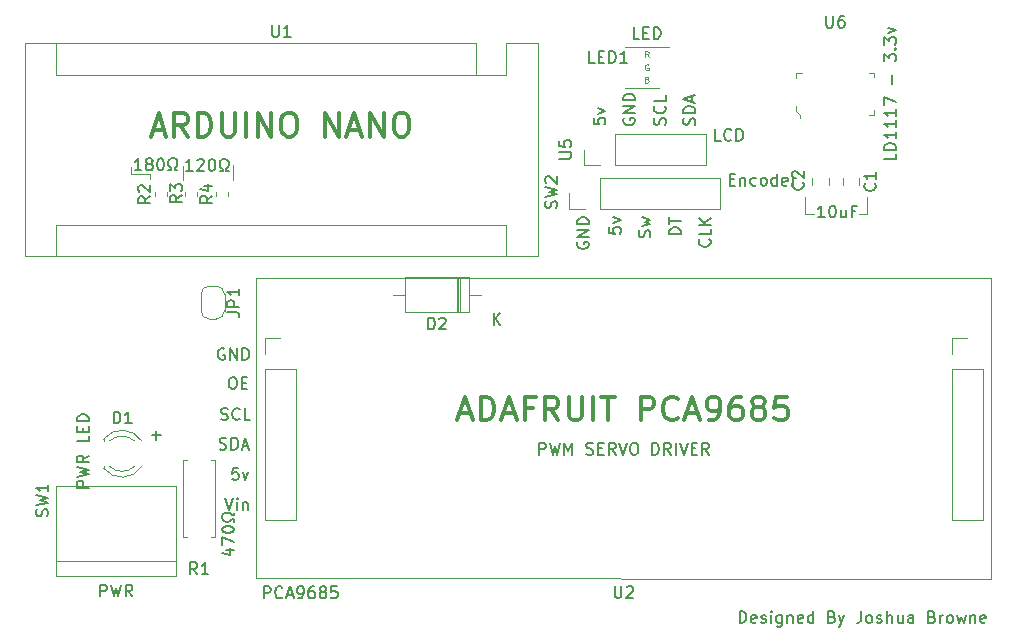
<source format=gbr>
G04 #@! TF.GenerationSoftware,KiCad,Pcbnew,(5.1.4-0-10_14)*
G04 #@! TF.CreationDate,2020-05-04T21:58:41+12:00*
G04 #@! TF.ProjectId,Robotic hand v2,526f626f-7469-4632-9068-616e64207632,rev?*
G04 #@! TF.SameCoordinates,Original*
G04 #@! TF.FileFunction,Legend,Top*
G04 #@! TF.FilePolarity,Positive*
%FSLAX46Y46*%
G04 Gerber Fmt 4.6, Leading zero omitted, Abs format (unit mm)*
G04 Created by KiCad (PCBNEW (5.1.4-0-10_14)) date 2020-05-04 21:58:41*
%MOMM*%
%LPD*%
G04 APERTURE LIST*
%ADD10C,0.150000*%
%ADD11C,0.120000*%
%ADD12C,0.300000*%
%ADD13C,0.100000*%
%ADD14C,0.075000*%
G04 APERTURE END LIST*
D10*
X157715238Y-126672380D02*
X157715238Y-125672380D01*
X157953333Y-125672380D01*
X158096190Y-125720000D01*
X158191428Y-125815238D01*
X158239047Y-125910476D01*
X158286666Y-126100952D01*
X158286666Y-126243809D01*
X158239047Y-126434285D01*
X158191428Y-126529523D01*
X158096190Y-126624761D01*
X157953333Y-126672380D01*
X157715238Y-126672380D01*
X159096190Y-126624761D02*
X159000952Y-126672380D01*
X158810476Y-126672380D01*
X158715238Y-126624761D01*
X158667619Y-126529523D01*
X158667619Y-126148571D01*
X158715238Y-126053333D01*
X158810476Y-126005714D01*
X159000952Y-126005714D01*
X159096190Y-126053333D01*
X159143809Y-126148571D01*
X159143809Y-126243809D01*
X158667619Y-126339047D01*
X159524761Y-126624761D02*
X159620000Y-126672380D01*
X159810476Y-126672380D01*
X159905714Y-126624761D01*
X159953333Y-126529523D01*
X159953333Y-126481904D01*
X159905714Y-126386666D01*
X159810476Y-126339047D01*
X159667619Y-126339047D01*
X159572380Y-126291428D01*
X159524761Y-126196190D01*
X159524761Y-126148571D01*
X159572380Y-126053333D01*
X159667619Y-126005714D01*
X159810476Y-126005714D01*
X159905714Y-126053333D01*
X160381904Y-126672380D02*
X160381904Y-126005714D01*
X160381904Y-125672380D02*
X160334285Y-125720000D01*
X160381904Y-125767619D01*
X160429523Y-125720000D01*
X160381904Y-125672380D01*
X160381904Y-125767619D01*
X161286666Y-126005714D02*
X161286666Y-126815238D01*
X161239047Y-126910476D01*
X161191428Y-126958095D01*
X161096190Y-127005714D01*
X160953333Y-127005714D01*
X160858095Y-126958095D01*
X161286666Y-126624761D02*
X161191428Y-126672380D01*
X161000952Y-126672380D01*
X160905714Y-126624761D01*
X160858095Y-126577142D01*
X160810476Y-126481904D01*
X160810476Y-126196190D01*
X160858095Y-126100952D01*
X160905714Y-126053333D01*
X161000952Y-126005714D01*
X161191428Y-126005714D01*
X161286666Y-126053333D01*
X161762857Y-126005714D02*
X161762857Y-126672380D01*
X161762857Y-126100952D02*
X161810476Y-126053333D01*
X161905714Y-126005714D01*
X162048571Y-126005714D01*
X162143809Y-126053333D01*
X162191428Y-126148571D01*
X162191428Y-126672380D01*
X163048571Y-126624761D02*
X162953333Y-126672380D01*
X162762857Y-126672380D01*
X162667619Y-126624761D01*
X162620000Y-126529523D01*
X162620000Y-126148571D01*
X162667619Y-126053333D01*
X162762857Y-126005714D01*
X162953333Y-126005714D01*
X163048571Y-126053333D01*
X163096190Y-126148571D01*
X163096190Y-126243809D01*
X162620000Y-126339047D01*
X163953333Y-126672380D02*
X163953333Y-125672380D01*
X163953333Y-126624761D02*
X163858095Y-126672380D01*
X163667619Y-126672380D01*
X163572380Y-126624761D01*
X163524761Y-126577142D01*
X163477142Y-126481904D01*
X163477142Y-126196190D01*
X163524761Y-126100952D01*
X163572380Y-126053333D01*
X163667619Y-126005714D01*
X163858095Y-126005714D01*
X163953333Y-126053333D01*
X165524761Y-126148571D02*
X165667619Y-126196190D01*
X165715238Y-126243809D01*
X165762857Y-126339047D01*
X165762857Y-126481904D01*
X165715238Y-126577142D01*
X165667619Y-126624761D01*
X165572380Y-126672380D01*
X165191428Y-126672380D01*
X165191428Y-125672380D01*
X165524761Y-125672380D01*
X165620000Y-125720000D01*
X165667619Y-125767619D01*
X165715238Y-125862857D01*
X165715238Y-125958095D01*
X165667619Y-126053333D01*
X165620000Y-126100952D01*
X165524761Y-126148571D01*
X165191428Y-126148571D01*
X166096190Y-126005714D02*
X166334285Y-126672380D01*
X166572380Y-126005714D02*
X166334285Y-126672380D01*
X166239047Y-126910476D01*
X166191428Y-126958095D01*
X166096190Y-127005714D01*
X168000952Y-125672380D02*
X168000952Y-126386666D01*
X167953333Y-126529523D01*
X167858095Y-126624761D01*
X167715238Y-126672380D01*
X167620000Y-126672380D01*
X168620000Y-126672380D02*
X168524761Y-126624761D01*
X168477142Y-126577142D01*
X168429523Y-126481904D01*
X168429523Y-126196190D01*
X168477142Y-126100952D01*
X168524761Y-126053333D01*
X168620000Y-126005714D01*
X168762857Y-126005714D01*
X168858095Y-126053333D01*
X168905714Y-126100952D01*
X168953333Y-126196190D01*
X168953333Y-126481904D01*
X168905714Y-126577142D01*
X168858095Y-126624761D01*
X168762857Y-126672380D01*
X168620000Y-126672380D01*
X169334285Y-126624761D02*
X169429523Y-126672380D01*
X169620000Y-126672380D01*
X169715238Y-126624761D01*
X169762857Y-126529523D01*
X169762857Y-126481904D01*
X169715238Y-126386666D01*
X169620000Y-126339047D01*
X169477142Y-126339047D01*
X169381904Y-126291428D01*
X169334285Y-126196190D01*
X169334285Y-126148571D01*
X169381904Y-126053333D01*
X169477142Y-126005714D01*
X169620000Y-126005714D01*
X169715238Y-126053333D01*
X170191428Y-126672380D02*
X170191428Y-125672380D01*
X170620000Y-126672380D02*
X170620000Y-126148571D01*
X170572380Y-126053333D01*
X170477142Y-126005714D01*
X170334285Y-126005714D01*
X170239047Y-126053333D01*
X170191428Y-126100952D01*
X171524761Y-126005714D02*
X171524761Y-126672380D01*
X171096190Y-126005714D02*
X171096190Y-126529523D01*
X171143809Y-126624761D01*
X171239047Y-126672380D01*
X171381904Y-126672380D01*
X171477142Y-126624761D01*
X171524761Y-126577142D01*
X172429523Y-126672380D02*
X172429523Y-126148571D01*
X172381904Y-126053333D01*
X172286666Y-126005714D01*
X172096190Y-126005714D01*
X172000952Y-126053333D01*
X172429523Y-126624761D02*
X172334285Y-126672380D01*
X172096190Y-126672380D01*
X172000952Y-126624761D01*
X171953333Y-126529523D01*
X171953333Y-126434285D01*
X172000952Y-126339047D01*
X172096190Y-126291428D01*
X172334285Y-126291428D01*
X172429523Y-126243809D01*
X174000952Y-126148571D02*
X174143809Y-126196190D01*
X174191428Y-126243809D01*
X174239047Y-126339047D01*
X174239047Y-126481904D01*
X174191428Y-126577142D01*
X174143809Y-126624761D01*
X174048571Y-126672380D01*
X173667619Y-126672380D01*
X173667619Y-125672380D01*
X174000952Y-125672380D01*
X174096190Y-125720000D01*
X174143809Y-125767619D01*
X174191428Y-125862857D01*
X174191428Y-125958095D01*
X174143809Y-126053333D01*
X174096190Y-126100952D01*
X174000952Y-126148571D01*
X173667619Y-126148571D01*
X174667619Y-126672380D02*
X174667619Y-126005714D01*
X174667619Y-126196190D02*
X174715238Y-126100952D01*
X174762857Y-126053333D01*
X174858095Y-126005714D01*
X174953333Y-126005714D01*
X175429523Y-126672380D02*
X175334285Y-126624761D01*
X175286666Y-126577142D01*
X175239047Y-126481904D01*
X175239047Y-126196190D01*
X175286666Y-126100952D01*
X175334285Y-126053333D01*
X175429523Y-126005714D01*
X175572380Y-126005714D01*
X175667619Y-126053333D01*
X175715238Y-126100952D01*
X175762857Y-126196190D01*
X175762857Y-126481904D01*
X175715238Y-126577142D01*
X175667619Y-126624761D01*
X175572380Y-126672380D01*
X175429523Y-126672380D01*
X176096190Y-126005714D02*
X176286666Y-126672380D01*
X176477142Y-126196190D01*
X176667619Y-126672380D01*
X176858095Y-126005714D01*
X177239047Y-126005714D02*
X177239047Y-126672380D01*
X177239047Y-126100952D02*
X177286666Y-126053333D01*
X177381904Y-126005714D01*
X177524761Y-126005714D01*
X177620000Y-126053333D01*
X177667619Y-126148571D01*
X177667619Y-126672380D01*
X178524761Y-126624761D02*
X178429523Y-126672380D01*
X178239047Y-126672380D01*
X178143809Y-126624761D01*
X178096190Y-126529523D01*
X178096190Y-126148571D01*
X178143809Y-126053333D01*
X178239047Y-126005714D01*
X178429523Y-126005714D01*
X178524761Y-126053333D01*
X178572380Y-126148571D01*
X178572380Y-126243809D01*
X178096190Y-126339047D01*
D11*
X163250000Y-92050000D02*
X163250000Y-90600000D01*
X164025000Y-92050000D02*
X163250000Y-92050000D01*
X168475000Y-92050000D02*
X168475000Y-90625000D01*
X167800000Y-92050000D02*
X168475000Y-92050000D01*
D10*
X149207142Y-77252380D02*
X148730952Y-77252380D01*
X148730952Y-76252380D01*
X149540476Y-76728571D02*
X149873809Y-76728571D01*
X150016666Y-77252380D02*
X149540476Y-77252380D01*
X149540476Y-76252380D01*
X150016666Y-76252380D01*
X150445238Y-77252380D02*
X150445238Y-76252380D01*
X150683333Y-76252380D01*
X150826190Y-76300000D01*
X150921428Y-76395238D01*
X150969047Y-76490476D01*
X151016666Y-76680952D01*
X151016666Y-76823809D01*
X150969047Y-77014285D01*
X150921428Y-77109523D01*
X150826190Y-77204761D01*
X150683333Y-77252380D01*
X150445238Y-77252380D01*
D11*
X107750000Y-88700000D02*
X107750000Y-89100000D01*
X106150000Y-88700000D02*
X107750000Y-88700000D01*
X106150000Y-88050000D02*
X106150000Y-88700000D01*
X114850000Y-87950000D02*
X114850000Y-89150000D01*
X110550000Y-88000000D02*
X110550000Y-89200000D01*
D10*
X152752380Y-93764404D02*
X151752380Y-93764404D01*
X151752380Y-93526309D01*
X151800000Y-93383452D01*
X151895238Y-93288214D01*
X151990476Y-93240595D01*
X152180952Y-93192976D01*
X152323809Y-93192976D01*
X152514285Y-93240595D01*
X152609523Y-93288214D01*
X152704761Y-93383452D01*
X152752380Y-93526309D01*
X152752380Y-93764404D01*
X151752380Y-92907261D02*
X151752380Y-92335833D01*
X152752380Y-92621547D02*
X151752380Y-92621547D01*
X114176190Y-116102380D02*
X114509523Y-117102380D01*
X114842857Y-116102380D01*
X115176190Y-117102380D02*
X115176190Y-116435714D01*
X115176190Y-116102380D02*
X115128571Y-116150000D01*
X115176190Y-116197619D01*
X115223809Y-116150000D01*
X115176190Y-116102380D01*
X115176190Y-116197619D01*
X115652380Y-116435714D02*
X115652380Y-117102380D01*
X115652380Y-116530952D02*
X115700000Y-116483333D01*
X115795238Y-116435714D01*
X115938095Y-116435714D01*
X116033333Y-116483333D01*
X116080952Y-116578571D01*
X116080952Y-117102380D01*
X115257142Y-113552380D02*
X114780952Y-113552380D01*
X114733333Y-114028571D01*
X114780952Y-113980952D01*
X114876190Y-113933333D01*
X115114285Y-113933333D01*
X115209523Y-113980952D01*
X115257142Y-114028571D01*
X115304761Y-114123809D01*
X115304761Y-114361904D01*
X115257142Y-114457142D01*
X115209523Y-114504761D01*
X115114285Y-114552380D01*
X114876190Y-114552380D01*
X114780952Y-114504761D01*
X114733333Y-114457142D01*
X115638095Y-113885714D02*
X115876190Y-114552380D01*
X116114285Y-113885714D01*
X113685714Y-111954761D02*
X113828571Y-112002380D01*
X114066666Y-112002380D01*
X114161904Y-111954761D01*
X114209523Y-111907142D01*
X114257142Y-111811904D01*
X114257142Y-111716666D01*
X114209523Y-111621428D01*
X114161904Y-111573809D01*
X114066666Y-111526190D01*
X113876190Y-111478571D01*
X113780952Y-111430952D01*
X113733333Y-111383333D01*
X113685714Y-111288095D01*
X113685714Y-111192857D01*
X113733333Y-111097619D01*
X113780952Y-111050000D01*
X113876190Y-111002380D01*
X114114285Y-111002380D01*
X114257142Y-111050000D01*
X114685714Y-112002380D02*
X114685714Y-111002380D01*
X114923809Y-111002380D01*
X115066666Y-111050000D01*
X115161904Y-111145238D01*
X115209523Y-111240476D01*
X115257142Y-111430952D01*
X115257142Y-111573809D01*
X115209523Y-111764285D01*
X115161904Y-111859523D01*
X115066666Y-111954761D01*
X114923809Y-112002380D01*
X114685714Y-112002380D01*
X115638095Y-111716666D02*
X116114285Y-111716666D01*
X115542857Y-112002380D02*
X115876190Y-111002380D01*
X116209523Y-112002380D01*
X113809523Y-109454761D02*
X113952380Y-109502380D01*
X114190476Y-109502380D01*
X114285714Y-109454761D01*
X114333333Y-109407142D01*
X114380952Y-109311904D01*
X114380952Y-109216666D01*
X114333333Y-109121428D01*
X114285714Y-109073809D01*
X114190476Y-109026190D01*
X114000000Y-108978571D01*
X113904761Y-108930952D01*
X113857142Y-108883333D01*
X113809523Y-108788095D01*
X113809523Y-108692857D01*
X113857142Y-108597619D01*
X113904761Y-108550000D01*
X114000000Y-108502380D01*
X114238095Y-108502380D01*
X114380952Y-108550000D01*
X115380952Y-109407142D02*
X115333333Y-109454761D01*
X115190476Y-109502380D01*
X115095238Y-109502380D01*
X114952380Y-109454761D01*
X114857142Y-109359523D01*
X114809523Y-109264285D01*
X114761904Y-109073809D01*
X114761904Y-108930952D01*
X114809523Y-108740476D01*
X114857142Y-108645238D01*
X114952380Y-108550000D01*
X115095238Y-108502380D01*
X115190476Y-108502380D01*
X115333333Y-108550000D01*
X115380952Y-108597619D01*
X116285714Y-109502380D02*
X115809523Y-109502380D01*
X115809523Y-108502380D01*
X114702380Y-105852380D02*
X114892857Y-105852380D01*
X114988095Y-105900000D01*
X115083333Y-105995238D01*
X115130952Y-106185714D01*
X115130952Y-106519047D01*
X115083333Y-106709523D01*
X114988095Y-106804761D01*
X114892857Y-106852380D01*
X114702380Y-106852380D01*
X114607142Y-106804761D01*
X114511904Y-106709523D01*
X114464285Y-106519047D01*
X114464285Y-106185714D01*
X114511904Y-105995238D01*
X114607142Y-105900000D01*
X114702380Y-105852380D01*
X115559523Y-106328571D02*
X115892857Y-106328571D01*
X116035714Y-106852380D02*
X115559523Y-106852380D01*
X115559523Y-105852380D01*
X116035714Y-105852380D01*
X114088095Y-103450000D02*
X113992857Y-103402380D01*
X113850000Y-103402380D01*
X113707142Y-103450000D01*
X113611904Y-103545238D01*
X113564285Y-103640476D01*
X113516666Y-103830952D01*
X113516666Y-103973809D01*
X113564285Y-104164285D01*
X113611904Y-104259523D01*
X113707142Y-104354761D01*
X113850000Y-104402380D01*
X113945238Y-104402380D01*
X114088095Y-104354761D01*
X114135714Y-104307142D01*
X114135714Y-103973809D01*
X113945238Y-103973809D01*
X114564285Y-104402380D02*
X114564285Y-103402380D01*
X115135714Y-104402380D01*
X115135714Y-103402380D01*
X115611904Y-104402380D02*
X115611904Y-103402380D01*
X115850000Y-103402380D01*
X115992857Y-103450000D01*
X116088095Y-103545238D01*
X116135714Y-103640476D01*
X116183333Y-103830952D01*
X116183333Y-103973809D01*
X116135714Y-104164285D01*
X116088095Y-104259523D01*
X115992857Y-104354761D01*
X115850000Y-104402380D01*
X115611904Y-104402380D01*
X153904761Y-84514285D02*
X153952380Y-84371428D01*
X153952380Y-84133333D01*
X153904761Y-84038095D01*
X153857142Y-83990476D01*
X153761904Y-83942857D01*
X153666666Y-83942857D01*
X153571428Y-83990476D01*
X153523809Y-84038095D01*
X153476190Y-84133333D01*
X153428571Y-84323809D01*
X153380952Y-84419047D01*
X153333333Y-84466666D01*
X153238095Y-84514285D01*
X153142857Y-84514285D01*
X153047619Y-84466666D01*
X153000000Y-84419047D01*
X152952380Y-84323809D01*
X152952380Y-84085714D01*
X153000000Y-83942857D01*
X153952380Y-83514285D02*
X152952380Y-83514285D01*
X152952380Y-83276190D01*
X153000000Y-83133333D01*
X153095238Y-83038095D01*
X153190476Y-82990476D01*
X153380952Y-82942857D01*
X153523809Y-82942857D01*
X153714285Y-82990476D01*
X153809523Y-83038095D01*
X153904761Y-83133333D01*
X153952380Y-83276190D01*
X153952380Y-83514285D01*
X153666666Y-82561904D02*
X153666666Y-82085714D01*
X153952380Y-82657142D02*
X152952380Y-82323809D01*
X153952380Y-81990476D01*
X151404761Y-84490476D02*
X151452380Y-84347619D01*
X151452380Y-84109523D01*
X151404761Y-84014285D01*
X151357142Y-83966666D01*
X151261904Y-83919047D01*
X151166666Y-83919047D01*
X151071428Y-83966666D01*
X151023809Y-84014285D01*
X150976190Y-84109523D01*
X150928571Y-84300000D01*
X150880952Y-84395238D01*
X150833333Y-84442857D01*
X150738095Y-84490476D01*
X150642857Y-84490476D01*
X150547619Y-84442857D01*
X150500000Y-84395238D01*
X150452380Y-84300000D01*
X150452380Y-84061904D01*
X150500000Y-83919047D01*
X151357142Y-82919047D02*
X151404761Y-82966666D01*
X151452380Y-83109523D01*
X151452380Y-83204761D01*
X151404761Y-83347619D01*
X151309523Y-83442857D01*
X151214285Y-83490476D01*
X151023809Y-83538095D01*
X150880952Y-83538095D01*
X150690476Y-83490476D01*
X150595238Y-83442857D01*
X150500000Y-83347619D01*
X150452380Y-83204761D01*
X150452380Y-83109523D01*
X150500000Y-82966666D01*
X150547619Y-82919047D01*
X151452380Y-82014285D02*
X151452380Y-82490476D01*
X150452380Y-82490476D01*
X147900000Y-83961904D02*
X147852380Y-84057142D01*
X147852380Y-84200000D01*
X147900000Y-84342857D01*
X147995238Y-84438095D01*
X148090476Y-84485714D01*
X148280952Y-84533333D01*
X148423809Y-84533333D01*
X148614285Y-84485714D01*
X148709523Y-84438095D01*
X148804761Y-84342857D01*
X148852380Y-84200000D01*
X148852380Y-84104761D01*
X148804761Y-83961904D01*
X148757142Y-83914285D01*
X148423809Y-83914285D01*
X148423809Y-84104761D01*
X148852380Y-83485714D02*
X147852380Y-83485714D01*
X148852380Y-82914285D01*
X147852380Y-82914285D01*
X148852380Y-82438095D02*
X147852380Y-82438095D01*
X147852380Y-82200000D01*
X147900000Y-82057142D01*
X147995238Y-81961904D01*
X148090476Y-81914285D01*
X148280952Y-81866666D01*
X148423809Y-81866666D01*
X148614285Y-81914285D01*
X148709523Y-81961904D01*
X148804761Y-82057142D01*
X148852380Y-82200000D01*
X148852380Y-82438095D01*
X145352380Y-83942857D02*
X145352380Y-84419047D01*
X145828571Y-84466666D01*
X145780952Y-84419047D01*
X145733333Y-84323809D01*
X145733333Y-84085714D01*
X145780952Y-83990476D01*
X145828571Y-83942857D01*
X145923809Y-83895238D01*
X146161904Y-83895238D01*
X146257142Y-83942857D01*
X146304761Y-83990476D01*
X146352380Y-84085714D01*
X146352380Y-84323809D01*
X146304761Y-84419047D01*
X146257142Y-84466666D01*
X145685714Y-83561904D02*
X146352380Y-83323809D01*
X145685714Y-83085714D01*
X156109523Y-85852380D02*
X155633333Y-85852380D01*
X155633333Y-84852380D01*
X157014285Y-85757142D02*
X156966666Y-85804761D01*
X156823809Y-85852380D01*
X156728571Y-85852380D01*
X156585714Y-85804761D01*
X156490476Y-85709523D01*
X156442857Y-85614285D01*
X156395238Y-85423809D01*
X156395238Y-85280952D01*
X156442857Y-85090476D01*
X156490476Y-84995238D01*
X156585714Y-84900000D01*
X156728571Y-84852380D01*
X156823809Y-84852380D01*
X156966666Y-84900000D01*
X157014285Y-84947619D01*
X157442857Y-85852380D02*
X157442857Y-84852380D01*
X157680952Y-84852380D01*
X157823809Y-84900000D01*
X157919047Y-84995238D01*
X157966666Y-85090476D01*
X158014285Y-85280952D01*
X158014285Y-85423809D01*
X157966666Y-85614285D01*
X157919047Y-85709523D01*
X157823809Y-85804761D01*
X157680952Y-85852380D01*
X157442857Y-85852380D01*
X156861904Y-89128571D02*
X157195238Y-89128571D01*
X157338095Y-89652380D02*
X156861904Y-89652380D01*
X156861904Y-88652380D01*
X157338095Y-88652380D01*
X157766666Y-88985714D02*
X157766666Y-89652380D01*
X157766666Y-89080952D02*
X157814285Y-89033333D01*
X157909523Y-88985714D01*
X158052380Y-88985714D01*
X158147619Y-89033333D01*
X158195238Y-89128571D01*
X158195238Y-89652380D01*
X159100000Y-89604761D02*
X159004761Y-89652380D01*
X158814285Y-89652380D01*
X158719047Y-89604761D01*
X158671428Y-89557142D01*
X158623809Y-89461904D01*
X158623809Y-89176190D01*
X158671428Y-89080952D01*
X158719047Y-89033333D01*
X158814285Y-88985714D01*
X159004761Y-88985714D01*
X159100000Y-89033333D01*
X159671428Y-89652380D02*
X159576190Y-89604761D01*
X159528571Y-89557142D01*
X159480952Y-89461904D01*
X159480952Y-89176190D01*
X159528571Y-89080952D01*
X159576190Y-89033333D01*
X159671428Y-88985714D01*
X159814285Y-88985714D01*
X159909523Y-89033333D01*
X159957142Y-89080952D01*
X160004761Y-89176190D01*
X160004761Y-89461904D01*
X159957142Y-89557142D01*
X159909523Y-89604761D01*
X159814285Y-89652380D01*
X159671428Y-89652380D01*
X160861904Y-89652380D02*
X160861904Y-88652380D01*
X160861904Y-89604761D02*
X160766666Y-89652380D01*
X160576190Y-89652380D01*
X160480952Y-89604761D01*
X160433333Y-89557142D01*
X160385714Y-89461904D01*
X160385714Y-89176190D01*
X160433333Y-89080952D01*
X160480952Y-89033333D01*
X160576190Y-88985714D01*
X160766666Y-88985714D01*
X160861904Y-89033333D01*
X161719047Y-89604761D02*
X161623809Y-89652380D01*
X161433333Y-89652380D01*
X161338095Y-89604761D01*
X161290476Y-89509523D01*
X161290476Y-89128571D01*
X161338095Y-89033333D01*
X161433333Y-88985714D01*
X161623809Y-88985714D01*
X161719047Y-89033333D01*
X161766666Y-89128571D01*
X161766666Y-89223809D01*
X161290476Y-89319047D01*
X162195238Y-89652380D02*
X162195238Y-88985714D01*
X162195238Y-89176190D02*
X162242857Y-89080952D01*
X162290476Y-89033333D01*
X162385714Y-88985714D01*
X162480952Y-88985714D01*
X155157142Y-94192976D02*
X155204761Y-94240595D01*
X155252380Y-94383452D01*
X155252380Y-94478690D01*
X155204761Y-94621547D01*
X155109523Y-94716785D01*
X155014285Y-94764404D01*
X154823809Y-94812023D01*
X154680952Y-94812023D01*
X154490476Y-94764404D01*
X154395238Y-94716785D01*
X154300000Y-94621547D01*
X154252380Y-94478690D01*
X154252380Y-94383452D01*
X154300000Y-94240595D01*
X154347619Y-94192976D01*
X155252380Y-93288214D02*
X155252380Y-93764404D01*
X154252380Y-93764404D01*
X155252380Y-92954880D02*
X154252380Y-92954880D01*
X155252380Y-92383452D02*
X154680952Y-92812023D01*
X154252380Y-92383452D02*
X154823809Y-92954880D01*
X150104761Y-94012023D02*
X150152380Y-93869166D01*
X150152380Y-93631071D01*
X150104761Y-93535833D01*
X150057142Y-93488214D01*
X149961904Y-93440595D01*
X149866666Y-93440595D01*
X149771428Y-93488214D01*
X149723809Y-93535833D01*
X149676190Y-93631071D01*
X149628571Y-93821547D01*
X149580952Y-93916785D01*
X149533333Y-93964404D01*
X149438095Y-94012023D01*
X149342857Y-94012023D01*
X149247619Y-93964404D01*
X149200000Y-93916785D01*
X149152380Y-93821547D01*
X149152380Y-93583452D01*
X149200000Y-93440595D01*
X149485714Y-93107261D02*
X150152380Y-92916785D01*
X149676190Y-92726309D01*
X150152380Y-92535833D01*
X149485714Y-92345357D01*
X146652380Y-93188214D02*
X146652380Y-93664404D01*
X147128571Y-93712023D01*
X147080952Y-93664404D01*
X147033333Y-93569166D01*
X147033333Y-93331071D01*
X147080952Y-93235833D01*
X147128571Y-93188214D01*
X147223809Y-93140595D01*
X147461904Y-93140595D01*
X147557142Y-93188214D01*
X147604761Y-93235833D01*
X147652380Y-93331071D01*
X147652380Y-93569166D01*
X147604761Y-93664404D01*
X147557142Y-93712023D01*
X146985714Y-92807261D02*
X147652380Y-92569166D01*
X146985714Y-92331071D01*
X144000000Y-94440595D02*
X143952380Y-94535833D01*
X143952380Y-94678690D01*
X144000000Y-94821547D01*
X144095238Y-94916785D01*
X144190476Y-94964404D01*
X144380952Y-95012023D01*
X144523809Y-95012023D01*
X144714285Y-94964404D01*
X144809523Y-94916785D01*
X144904761Y-94821547D01*
X144952380Y-94678690D01*
X144952380Y-94583452D01*
X144904761Y-94440595D01*
X144857142Y-94392976D01*
X144523809Y-94392976D01*
X144523809Y-94583452D01*
X144952380Y-93964404D02*
X143952380Y-93964404D01*
X144952380Y-93392976D01*
X143952380Y-93392976D01*
X144952380Y-92916785D02*
X143952380Y-92916785D01*
X143952380Y-92678690D01*
X144000000Y-92535833D01*
X144095238Y-92440595D01*
X144190476Y-92392976D01*
X144380952Y-92345357D01*
X144523809Y-92345357D01*
X144714285Y-92392976D01*
X144809523Y-92440595D01*
X144904761Y-92535833D01*
X144952380Y-92678690D01*
X144952380Y-92916785D01*
X107919047Y-110771428D02*
X108680952Y-110771428D01*
X108300000Y-111152380D02*
X108300000Y-110390476D01*
D12*
X108042857Y-84933333D02*
X108995238Y-84933333D01*
X107852380Y-85504761D02*
X108519047Y-83504761D01*
X109185714Y-85504761D01*
X110995238Y-85504761D02*
X110328571Y-84552380D01*
X109852380Y-85504761D02*
X109852380Y-83504761D01*
X110614285Y-83504761D01*
X110804761Y-83600000D01*
X110900000Y-83695238D01*
X110995238Y-83885714D01*
X110995238Y-84171428D01*
X110900000Y-84361904D01*
X110804761Y-84457142D01*
X110614285Y-84552380D01*
X109852380Y-84552380D01*
X111852380Y-85504761D02*
X111852380Y-83504761D01*
X112328571Y-83504761D01*
X112614285Y-83600000D01*
X112804761Y-83790476D01*
X112900000Y-83980952D01*
X112995238Y-84361904D01*
X112995238Y-84647619D01*
X112900000Y-85028571D01*
X112804761Y-85219047D01*
X112614285Y-85409523D01*
X112328571Y-85504761D01*
X111852380Y-85504761D01*
X113852380Y-83504761D02*
X113852380Y-85123809D01*
X113947619Y-85314285D01*
X114042857Y-85409523D01*
X114233333Y-85504761D01*
X114614285Y-85504761D01*
X114804761Y-85409523D01*
X114900000Y-85314285D01*
X114995238Y-85123809D01*
X114995238Y-83504761D01*
X115947619Y-85504761D02*
X115947619Y-83504761D01*
X116900000Y-85504761D02*
X116900000Y-83504761D01*
X118042857Y-85504761D01*
X118042857Y-83504761D01*
X119376190Y-83504761D02*
X119757142Y-83504761D01*
X119947619Y-83600000D01*
X120138095Y-83790476D01*
X120233333Y-84171428D01*
X120233333Y-84838095D01*
X120138095Y-85219047D01*
X119947619Y-85409523D01*
X119757142Y-85504761D01*
X119376190Y-85504761D01*
X119185714Y-85409523D01*
X118995238Y-85219047D01*
X118900000Y-84838095D01*
X118900000Y-84171428D01*
X118995238Y-83790476D01*
X119185714Y-83600000D01*
X119376190Y-83504761D01*
X122614285Y-85504761D02*
X122614285Y-83504761D01*
X123757142Y-85504761D01*
X123757142Y-83504761D01*
X124614285Y-84933333D02*
X125566666Y-84933333D01*
X124423809Y-85504761D02*
X125090476Y-83504761D01*
X125757142Y-85504761D01*
X126423809Y-85504761D02*
X126423809Y-83504761D01*
X127566666Y-85504761D01*
X127566666Y-83504761D01*
X128900000Y-83504761D02*
X129280952Y-83504761D01*
X129471428Y-83600000D01*
X129661904Y-83790476D01*
X129757142Y-84171428D01*
X129757142Y-84838095D01*
X129661904Y-85219047D01*
X129471428Y-85409523D01*
X129280952Y-85504761D01*
X128900000Y-85504761D01*
X128709523Y-85409523D01*
X128519047Y-85219047D01*
X128423809Y-84838095D01*
X128423809Y-84171428D01*
X128519047Y-83790476D01*
X128709523Y-83600000D01*
X128900000Y-83504761D01*
D11*
X135430000Y-80270000D02*
X137970000Y-80270000D01*
X137970000Y-80270000D02*
X137970000Y-77600000D01*
X135430000Y-77600000D02*
X97200000Y-77600000D01*
X140640000Y-77600000D02*
X137970000Y-77600000D01*
X137970000Y-92970000D02*
X137970000Y-95640000D01*
X137970000Y-92970000D02*
X99870000Y-92970000D01*
X99870000Y-92970000D02*
X99870000Y-95640000D01*
X135430000Y-80270000D02*
X135430000Y-77600000D01*
X135430000Y-80270000D02*
X99870000Y-80270000D01*
X99870000Y-80270000D02*
X99870000Y-77600000D01*
X97200000Y-77600000D02*
X97200000Y-95640000D01*
X97200000Y-95640000D02*
X140640000Y-95640000D01*
X140640000Y-95640000D02*
X140640000Y-77600000D01*
X117487000Y-117943500D02*
X120147000Y-117943500D01*
X117487000Y-105183500D02*
X117487000Y-117943500D01*
X120147000Y-105183500D02*
X120147000Y-117943500D01*
X117487000Y-105183500D02*
X120147000Y-105183500D01*
X117487000Y-103913500D02*
X117487000Y-102583500D01*
X117487000Y-102583500D02*
X118817000Y-102583500D01*
X147900000Y-97500000D02*
X179015000Y-97500000D01*
X147900000Y-97500000D02*
X116785000Y-97500000D01*
X116785000Y-97500000D02*
X116785000Y-110200000D01*
X116785000Y-110200000D02*
X116785000Y-122900000D01*
X179015000Y-97500000D02*
X179015000Y-122963500D01*
X179015000Y-122963500D02*
X116785000Y-122900000D01*
X175653000Y-102583500D02*
X176983000Y-102583500D01*
X175653000Y-103913500D02*
X175653000Y-102583500D01*
X175653000Y-105183500D02*
X178313000Y-105183500D01*
X178313000Y-105183500D02*
X178313000Y-117943500D01*
X175653000Y-105183500D02*
X175653000Y-117943500D01*
X175653000Y-117943500D02*
X178313000Y-117943500D01*
X156090000Y-91630000D02*
X156090000Y-88970000D01*
X145870000Y-91630000D02*
X156090000Y-91630000D01*
X145870000Y-88970000D02*
X156090000Y-88970000D01*
X145870000Y-91630000D02*
X145870000Y-88970000D01*
X144600000Y-91630000D02*
X143270000Y-91630000D01*
X143270000Y-91630000D02*
X143270000Y-90300000D01*
X112990000Y-112890000D02*
X113320000Y-112890000D01*
X113320000Y-112890000D02*
X113320000Y-119430000D01*
X113320000Y-119430000D02*
X112990000Y-119430000D01*
X110910000Y-112890000D02*
X110580000Y-112890000D01*
X110580000Y-112890000D02*
X110580000Y-119430000D01*
X110580000Y-119430000D02*
X110910000Y-119430000D01*
X109990000Y-121440000D02*
X99830000Y-121440000D01*
X109990000Y-122710000D02*
X109990000Y-115090000D01*
X109990000Y-115090000D02*
X99830000Y-115090000D01*
X99830000Y-115090000D02*
X99830000Y-122710000D01*
X99830000Y-122710000D02*
X109990000Y-122710000D01*
X107092335Y-111271392D02*
G75*
G03X103860000Y-111114484I-1672335J-1078608D01*
G01*
X107092335Y-113428608D02*
G75*
G02X103860000Y-113585516I-1672335J1078608D01*
G01*
X106461130Y-111270163D02*
G75*
G03X104379039Y-111270000I-1041130J-1079837D01*
G01*
X106461130Y-113429837D02*
G75*
G02X104379039Y-113430000I-1041130J1079837D01*
G01*
X103860000Y-111114000D02*
X103860000Y-111270000D01*
X103860000Y-113430000D02*
X103860000Y-113586000D01*
X114100000Y-100250000D02*
G75*
G02X113400000Y-100950000I-700000J0D01*
G01*
X112800000Y-100950000D02*
G75*
G02X112100000Y-100250000I0J700000D01*
G01*
X112100000Y-98850000D02*
G75*
G02X112800000Y-98150000I700000J0D01*
G01*
X113400000Y-98150000D02*
G75*
G02X114100000Y-98850000I0J-700000D01*
G01*
X112800000Y-98150000D02*
X113400000Y-98150000D01*
X112100000Y-100250000D02*
X112100000Y-98850000D01*
X113400000Y-100950000D02*
X112800000Y-100950000D01*
X114100000Y-98850000D02*
X114100000Y-100250000D01*
D13*
X162525000Y-82895000D02*
X162525000Y-83370000D01*
X162525000Y-83370000D02*
X162825000Y-83695000D01*
X162825000Y-83695000D02*
X162825000Y-83890000D01*
X169075000Y-83220000D02*
X169075000Y-83695000D01*
X169075000Y-83695000D02*
X168625000Y-83695000D01*
X163025000Y-80145000D02*
X162525000Y-80145000D01*
X162525000Y-80145000D02*
X162525000Y-80545000D01*
X168700000Y-80145000D02*
X169075000Y-80145000D01*
X169075000Y-80145000D02*
X169075000Y-80445000D01*
D11*
X154825000Y-87930000D02*
X154825000Y-85270000D01*
X147145000Y-87930000D02*
X154825000Y-87930000D01*
X147145000Y-85270000D02*
X154825000Y-85270000D01*
X147145000Y-87930000D02*
X147145000Y-85270000D01*
X145875000Y-87930000D02*
X144545000Y-87930000D01*
X144545000Y-87930000D02*
X144545000Y-86600000D01*
X134790000Y-100370000D02*
X134790000Y-97430000D01*
X134790000Y-97430000D02*
X129350000Y-97430000D01*
X129350000Y-97430000D02*
X129350000Y-100370000D01*
X129350000Y-100370000D02*
X134790000Y-100370000D01*
X135810000Y-98900000D02*
X134790000Y-98900000D01*
X128330000Y-98900000D02*
X129350000Y-98900000D01*
X133890000Y-100370000D02*
X133890000Y-97430000D01*
X133770000Y-100370000D02*
X133770000Y-97430000D01*
X134010000Y-100370000D02*
X134010000Y-97430000D01*
X148000000Y-81400000D02*
X150900000Y-81400000D01*
X148000000Y-77900000D02*
X151700000Y-77900000D01*
X109260000Y-90178733D02*
X109260000Y-90521267D01*
X108240000Y-90178733D02*
X108240000Y-90521267D01*
X110790000Y-90178733D02*
X110790000Y-90521267D01*
X111810000Y-90178733D02*
X111810000Y-90521267D01*
X114360000Y-90178733D02*
X114360000Y-90521267D01*
X113340000Y-90178733D02*
X113340000Y-90521267D01*
X167860000Y-89038748D02*
X167860000Y-89561252D01*
X166440000Y-89038748D02*
X166440000Y-89561252D01*
X165260000Y-89038748D02*
X165260000Y-89561252D01*
X163840000Y-89038748D02*
X163840000Y-89561252D01*
D10*
X118138095Y-76052380D02*
X118138095Y-76861904D01*
X118185714Y-76957142D01*
X118233333Y-77004761D01*
X118328571Y-77052380D01*
X118519047Y-77052380D01*
X118614285Y-77004761D01*
X118661904Y-76957142D01*
X118709523Y-76861904D01*
X118709523Y-76052380D01*
X119709523Y-77052380D02*
X119138095Y-77052380D01*
X119423809Y-77052380D02*
X119423809Y-76052380D01*
X119328571Y-76195238D01*
X119233333Y-76290476D01*
X119138095Y-76338095D01*
X147138095Y-123552380D02*
X147138095Y-124361904D01*
X147185714Y-124457142D01*
X147233333Y-124504761D01*
X147328571Y-124552380D01*
X147519047Y-124552380D01*
X147614285Y-124504761D01*
X147661904Y-124457142D01*
X147709523Y-124361904D01*
X147709523Y-123552380D01*
X148138095Y-123647619D02*
X148185714Y-123600000D01*
X148280952Y-123552380D01*
X148519047Y-123552380D01*
X148614285Y-123600000D01*
X148661904Y-123647619D01*
X148709523Y-123742857D01*
X148709523Y-123838095D01*
X148661904Y-123980952D01*
X148090476Y-124552380D01*
X148709523Y-124552380D01*
X117434761Y-124592380D02*
X117434761Y-123592380D01*
X117815714Y-123592380D01*
X117910952Y-123640000D01*
X117958571Y-123687619D01*
X118006190Y-123782857D01*
X118006190Y-123925714D01*
X117958571Y-124020952D01*
X117910952Y-124068571D01*
X117815714Y-124116190D01*
X117434761Y-124116190D01*
X119006190Y-124497142D02*
X118958571Y-124544761D01*
X118815714Y-124592380D01*
X118720476Y-124592380D01*
X118577619Y-124544761D01*
X118482380Y-124449523D01*
X118434761Y-124354285D01*
X118387142Y-124163809D01*
X118387142Y-124020952D01*
X118434761Y-123830476D01*
X118482380Y-123735238D01*
X118577619Y-123640000D01*
X118720476Y-123592380D01*
X118815714Y-123592380D01*
X118958571Y-123640000D01*
X119006190Y-123687619D01*
X119387142Y-124306666D02*
X119863333Y-124306666D01*
X119291904Y-124592380D02*
X119625238Y-123592380D01*
X119958571Y-124592380D01*
X120339523Y-124592380D02*
X120530000Y-124592380D01*
X120625238Y-124544761D01*
X120672857Y-124497142D01*
X120768095Y-124354285D01*
X120815714Y-124163809D01*
X120815714Y-123782857D01*
X120768095Y-123687619D01*
X120720476Y-123640000D01*
X120625238Y-123592380D01*
X120434761Y-123592380D01*
X120339523Y-123640000D01*
X120291904Y-123687619D01*
X120244285Y-123782857D01*
X120244285Y-124020952D01*
X120291904Y-124116190D01*
X120339523Y-124163809D01*
X120434761Y-124211428D01*
X120625238Y-124211428D01*
X120720476Y-124163809D01*
X120768095Y-124116190D01*
X120815714Y-124020952D01*
X121672857Y-123592380D02*
X121482380Y-123592380D01*
X121387142Y-123640000D01*
X121339523Y-123687619D01*
X121244285Y-123830476D01*
X121196666Y-124020952D01*
X121196666Y-124401904D01*
X121244285Y-124497142D01*
X121291904Y-124544761D01*
X121387142Y-124592380D01*
X121577619Y-124592380D01*
X121672857Y-124544761D01*
X121720476Y-124497142D01*
X121768095Y-124401904D01*
X121768095Y-124163809D01*
X121720476Y-124068571D01*
X121672857Y-124020952D01*
X121577619Y-123973333D01*
X121387142Y-123973333D01*
X121291904Y-124020952D01*
X121244285Y-124068571D01*
X121196666Y-124163809D01*
X122339523Y-124020952D02*
X122244285Y-123973333D01*
X122196666Y-123925714D01*
X122149047Y-123830476D01*
X122149047Y-123782857D01*
X122196666Y-123687619D01*
X122244285Y-123640000D01*
X122339523Y-123592380D01*
X122530000Y-123592380D01*
X122625238Y-123640000D01*
X122672857Y-123687619D01*
X122720476Y-123782857D01*
X122720476Y-123830476D01*
X122672857Y-123925714D01*
X122625238Y-123973333D01*
X122530000Y-124020952D01*
X122339523Y-124020952D01*
X122244285Y-124068571D01*
X122196666Y-124116190D01*
X122149047Y-124211428D01*
X122149047Y-124401904D01*
X122196666Y-124497142D01*
X122244285Y-124544761D01*
X122339523Y-124592380D01*
X122530000Y-124592380D01*
X122625238Y-124544761D01*
X122672857Y-124497142D01*
X122720476Y-124401904D01*
X122720476Y-124211428D01*
X122672857Y-124116190D01*
X122625238Y-124068571D01*
X122530000Y-124020952D01*
X123625238Y-123592380D02*
X123149047Y-123592380D01*
X123101428Y-124068571D01*
X123149047Y-124020952D01*
X123244285Y-123973333D01*
X123482380Y-123973333D01*
X123577619Y-124020952D01*
X123625238Y-124068571D01*
X123672857Y-124163809D01*
X123672857Y-124401904D01*
X123625238Y-124497142D01*
X123577619Y-124544761D01*
X123482380Y-124592380D01*
X123244285Y-124592380D01*
X123149047Y-124544761D01*
X123101428Y-124497142D01*
D12*
X133995238Y-108945833D02*
X134947619Y-108945833D01*
X133804761Y-109517261D02*
X134471428Y-107517261D01*
X135138095Y-109517261D01*
X135804761Y-109517261D02*
X135804761Y-107517261D01*
X136280952Y-107517261D01*
X136566666Y-107612500D01*
X136757142Y-107802976D01*
X136852380Y-107993452D01*
X136947619Y-108374404D01*
X136947619Y-108660119D01*
X136852380Y-109041071D01*
X136757142Y-109231547D01*
X136566666Y-109422023D01*
X136280952Y-109517261D01*
X135804761Y-109517261D01*
X137709523Y-108945833D02*
X138661904Y-108945833D01*
X137519047Y-109517261D02*
X138185714Y-107517261D01*
X138852380Y-109517261D01*
X140185714Y-108469642D02*
X139519047Y-108469642D01*
X139519047Y-109517261D02*
X139519047Y-107517261D01*
X140471428Y-107517261D01*
X142376190Y-109517261D02*
X141709523Y-108564880D01*
X141233333Y-109517261D02*
X141233333Y-107517261D01*
X141995238Y-107517261D01*
X142185714Y-107612500D01*
X142280952Y-107707738D01*
X142376190Y-107898214D01*
X142376190Y-108183928D01*
X142280952Y-108374404D01*
X142185714Y-108469642D01*
X141995238Y-108564880D01*
X141233333Y-108564880D01*
X143233333Y-107517261D02*
X143233333Y-109136309D01*
X143328571Y-109326785D01*
X143423809Y-109422023D01*
X143614285Y-109517261D01*
X143995238Y-109517261D01*
X144185714Y-109422023D01*
X144280952Y-109326785D01*
X144376190Y-109136309D01*
X144376190Y-107517261D01*
X145328571Y-109517261D02*
X145328571Y-107517261D01*
X145995238Y-107517261D02*
X147138095Y-107517261D01*
X146566666Y-109517261D02*
X146566666Y-107517261D01*
X149328571Y-109517261D02*
X149328571Y-107517261D01*
X150090476Y-107517261D01*
X150280952Y-107612500D01*
X150376190Y-107707738D01*
X150471428Y-107898214D01*
X150471428Y-108183928D01*
X150376190Y-108374404D01*
X150280952Y-108469642D01*
X150090476Y-108564880D01*
X149328571Y-108564880D01*
X152471428Y-109326785D02*
X152376190Y-109422023D01*
X152090476Y-109517261D01*
X151900000Y-109517261D01*
X151614285Y-109422023D01*
X151423809Y-109231547D01*
X151328571Y-109041071D01*
X151233333Y-108660119D01*
X151233333Y-108374404D01*
X151328571Y-107993452D01*
X151423809Y-107802976D01*
X151614285Y-107612500D01*
X151900000Y-107517261D01*
X152090476Y-107517261D01*
X152376190Y-107612500D01*
X152471428Y-107707738D01*
X153233333Y-108945833D02*
X154185714Y-108945833D01*
X153042857Y-109517261D02*
X153709523Y-107517261D01*
X154376190Y-109517261D01*
X155138095Y-109517261D02*
X155519047Y-109517261D01*
X155709523Y-109422023D01*
X155804761Y-109326785D01*
X155995238Y-109041071D01*
X156090476Y-108660119D01*
X156090476Y-107898214D01*
X155995238Y-107707738D01*
X155900000Y-107612500D01*
X155709523Y-107517261D01*
X155328571Y-107517261D01*
X155138095Y-107612500D01*
X155042857Y-107707738D01*
X154947619Y-107898214D01*
X154947619Y-108374404D01*
X155042857Y-108564880D01*
X155138095Y-108660119D01*
X155328571Y-108755357D01*
X155709523Y-108755357D01*
X155900000Y-108660119D01*
X155995238Y-108564880D01*
X156090476Y-108374404D01*
X157804761Y-107517261D02*
X157423809Y-107517261D01*
X157233333Y-107612500D01*
X157138095Y-107707738D01*
X156947619Y-107993452D01*
X156852380Y-108374404D01*
X156852380Y-109136309D01*
X156947619Y-109326785D01*
X157042857Y-109422023D01*
X157233333Y-109517261D01*
X157614285Y-109517261D01*
X157804761Y-109422023D01*
X157900000Y-109326785D01*
X157995238Y-109136309D01*
X157995238Y-108660119D01*
X157900000Y-108469642D01*
X157804761Y-108374404D01*
X157614285Y-108279166D01*
X157233333Y-108279166D01*
X157042857Y-108374404D01*
X156947619Y-108469642D01*
X156852380Y-108660119D01*
X159138095Y-108374404D02*
X158947619Y-108279166D01*
X158852380Y-108183928D01*
X158757142Y-107993452D01*
X158757142Y-107898214D01*
X158852380Y-107707738D01*
X158947619Y-107612500D01*
X159138095Y-107517261D01*
X159519047Y-107517261D01*
X159709523Y-107612500D01*
X159804761Y-107707738D01*
X159900000Y-107898214D01*
X159900000Y-107993452D01*
X159804761Y-108183928D01*
X159709523Y-108279166D01*
X159519047Y-108374404D01*
X159138095Y-108374404D01*
X158947619Y-108469642D01*
X158852380Y-108564880D01*
X158757142Y-108755357D01*
X158757142Y-109136309D01*
X158852380Y-109326785D01*
X158947619Y-109422023D01*
X159138095Y-109517261D01*
X159519047Y-109517261D01*
X159709523Y-109422023D01*
X159804761Y-109326785D01*
X159900000Y-109136309D01*
X159900000Y-108755357D01*
X159804761Y-108564880D01*
X159709523Y-108469642D01*
X159519047Y-108374404D01*
X161709523Y-107517261D02*
X160757142Y-107517261D01*
X160661904Y-108469642D01*
X160757142Y-108374404D01*
X160947619Y-108279166D01*
X161423809Y-108279166D01*
X161614285Y-108374404D01*
X161709523Y-108469642D01*
X161804761Y-108660119D01*
X161804761Y-109136309D01*
X161709523Y-109326785D01*
X161614285Y-109422023D01*
X161423809Y-109517261D01*
X160947619Y-109517261D01*
X160757142Y-109422023D01*
X160661904Y-109326785D01*
D10*
X140733333Y-112430380D02*
X140733333Y-111430380D01*
X141114285Y-111430380D01*
X141209523Y-111478000D01*
X141257142Y-111525619D01*
X141304761Y-111620857D01*
X141304761Y-111763714D01*
X141257142Y-111858952D01*
X141209523Y-111906571D01*
X141114285Y-111954190D01*
X140733333Y-111954190D01*
X141638095Y-111430380D02*
X141876190Y-112430380D01*
X142066666Y-111716095D01*
X142257142Y-112430380D01*
X142495238Y-111430380D01*
X142876190Y-112430380D02*
X142876190Y-111430380D01*
X143209523Y-112144666D01*
X143542857Y-111430380D01*
X143542857Y-112430380D01*
X144733333Y-112382761D02*
X144876190Y-112430380D01*
X145114285Y-112430380D01*
X145209523Y-112382761D01*
X145257142Y-112335142D01*
X145304761Y-112239904D01*
X145304761Y-112144666D01*
X145257142Y-112049428D01*
X145209523Y-112001809D01*
X145114285Y-111954190D01*
X144923809Y-111906571D01*
X144828571Y-111858952D01*
X144780952Y-111811333D01*
X144733333Y-111716095D01*
X144733333Y-111620857D01*
X144780952Y-111525619D01*
X144828571Y-111478000D01*
X144923809Y-111430380D01*
X145161904Y-111430380D01*
X145304761Y-111478000D01*
X145733333Y-111906571D02*
X146066666Y-111906571D01*
X146209523Y-112430380D02*
X145733333Y-112430380D01*
X145733333Y-111430380D01*
X146209523Y-111430380D01*
X147209523Y-112430380D02*
X146876190Y-111954190D01*
X146638095Y-112430380D02*
X146638095Y-111430380D01*
X147019047Y-111430380D01*
X147114285Y-111478000D01*
X147161904Y-111525619D01*
X147209523Y-111620857D01*
X147209523Y-111763714D01*
X147161904Y-111858952D01*
X147114285Y-111906571D01*
X147019047Y-111954190D01*
X146638095Y-111954190D01*
X147495238Y-111430380D02*
X147828571Y-112430380D01*
X148161904Y-111430380D01*
X148685714Y-111430380D02*
X148876190Y-111430380D01*
X148971428Y-111478000D01*
X149066666Y-111573238D01*
X149114285Y-111763714D01*
X149114285Y-112097047D01*
X149066666Y-112287523D01*
X148971428Y-112382761D01*
X148876190Y-112430380D01*
X148685714Y-112430380D01*
X148590476Y-112382761D01*
X148495238Y-112287523D01*
X148447619Y-112097047D01*
X148447619Y-111763714D01*
X148495238Y-111573238D01*
X148590476Y-111478000D01*
X148685714Y-111430380D01*
X150304761Y-112430380D02*
X150304761Y-111430380D01*
X150542857Y-111430380D01*
X150685714Y-111478000D01*
X150780952Y-111573238D01*
X150828571Y-111668476D01*
X150876190Y-111858952D01*
X150876190Y-112001809D01*
X150828571Y-112192285D01*
X150780952Y-112287523D01*
X150685714Y-112382761D01*
X150542857Y-112430380D01*
X150304761Y-112430380D01*
X151876190Y-112430380D02*
X151542857Y-111954190D01*
X151304761Y-112430380D02*
X151304761Y-111430380D01*
X151685714Y-111430380D01*
X151780952Y-111478000D01*
X151828571Y-111525619D01*
X151876190Y-111620857D01*
X151876190Y-111763714D01*
X151828571Y-111858952D01*
X151780952Y-111906571D01*
X151685714Y-111954190D01*
X151304761Y-111954190D01*
X152304761Y-112430380D02*
X152304761Y-111430380D01*
X152638095Y-111430380D02*
X152971428Y-112430380D01*
X153304761Y-111430380D01*
X153638095Y-111906571D02*
X153971428Y-111906571D01*
X154114285Y-112430380D02*
X153638095Y-112430380D01*
X153638095Y-111430380D01*
X154114285Y-111430380D01*
X155114285Y-112430380D02*
X154780952Y-111954190D01*
X154542857Y-112430380D02*
X154542857Y-111430380D01*
X154923809Y-111430380D01*
X155019047Y-111478000D01*
X155066666Y-111525619D01*
X155114285Y-111620857D01*
X155114285Y-111763714D01*
X155066666Y-111858952D01*
X155019047Y-111906571D01*
X154923809Y-111954190D01*
X154542857Y-111954190D01*
X142204761Y-91533333D02*
X142252380Y-91390476D01*
X142252380Y-91152380D01*
X142204761Y-91057142D01*
X142157142Y-91009523D01*
X142061904Y-90961904D01*
X141966666Y-90961904D01*
X141871428Y-91009523D01*
X141823809Y-91057142D01*
X141776190Y-91152380D01*
X141728571Y-91342857D01*
X141680952Y-91438095D01*
X141633333Y-91485714D01*
X141538095Y-91533333D01*
X141442857Y-91533333D01*
X141347619Y-91485714D01*
X141300000Y-91438095D01*
X141252380Y-91342857D01*
X141252380Y-91104761D01*
X141300000Y-90961904D01*
X141252380Y-90628571D02*
X142252380Y-90390476D01*
X141538095Y-90200000D01*
X142252380Y-90009523D01*
X141252380Y-89771428D01*
X141347619Y-89438095D02*
X141300000Y-89390476D01*
X141252380Y-89295238D01*
X141252380Y-89057142D01*
X141300000Y-88961904D01*
X141347619Y-88914285D01*
X141442857Y-88866666D01*
X141538095Y-88866666D01*
X141680952Y-88914285D01*
X142252380Y-89485714D01*
X142252380Y-88866666D01*
X111783333Y-122552380D02*
X111450000Y-122076190D01*
X111211904Y-122552380D02*
X111211904Y-121552380D01*
X111592857Y-121552380D01*
X111688095Y-121600000D01*
X111735714Y-121647619D01*
X111783333Y-121742857D01*
X111783333Y-121885714D01*
X111735714Y-121980952D01*
X111688095Y-122028571D01*
X111592857Y-122076190D01*
X111211904Y-122076190D01*
X112735714Y-122552380D02*
X112164285Y-122552380D01*
X112450000Y-122552380D02*
X112450000Y-121552380D01*
X112354761Y-121695238D01*
X112259523Y-121790476D01*
X112164285Y-121838095D01*
X114235714Y-120483333D02*
X114902380Y-120483333D01*
X113854761Y-120721428D02*
X114569047Y-120959523D01*
X114569047Y-120340476D01*
X113902380Y-120054761D02*
X113902380Y-119388095D01*
X114902380Y-119816666D01*
X113902380Y-118816666D02*
X113902380Y-118721428D01*
X113950000Y-118626190D01*
X113997619Y-118578571D01*
X114092857Y-118530952D01*
X114283333Y-118483333D01*
X114521428Y-118483333D01*
X114711904Y-118530952D01*
X114807142Y-118578571D01*
X114854761Y-118626190D01*
X114902380Y-118721428D01*
X114902380Y-118816666D01*
X114854761Y-118911904D01*
X114807142Y-118959523D01*
X114711904Y-119007142D01*
X114521428Y-119054761D01*
X114283333Y-119054761D01*
X114092857Y-119007142D01*
X113997619Y-118959523D01*
X113950000Y-118911904D01*
X113902380Y-118816666D01*
X114902380Y-118102380D02*
X114902380Y-117864285D01*
X114711904Y-117864285D01*
X114664285Y-117959523D01*
X114569047Y-118054761D01*
X114426190Y-118102380D01*
X114188095Y-118102380D01*
X114045238Y-118054761D01*
X113950000Y-117959523D01*
X113902380Y-117816666D01*
X113902380Y-117626190D01*
X113950000Y-117483333D01*
X114045238Y-117388095D01*
X114188095Y-117340476D01*
X114426190Y-117340476D01*
X114569047Y-117388095D01*
X114664285Y-117483333D01*
X114711904Y-117578571D01*
X114902380Y-117578571D01*
X114902380Y-117340476D01*
X99104761Y-117633333D02*
X99152380Y-117490476D01*
X99152380Y-117252380D01*
X99104761Y-117157142D01*
X99057142Y-117109523D01*
X98961904Y-117061904D01*
X98866666Y-117061904D01*
X98771428Y-117109523D01*
X98723809Y-117157142D01*
X98676190Y-117252380D01*
X98628571Y-117442857D01*
X98580952Y-117538095D01*
X98533333Y-117585714D01*
X98438095Y-117633333D01*
X98342857Y-117633333D01*
X98247619Y-117585714D01*
X98200000Y-117538095D01*
X98152380Y-117442857D01*
X98152380Y-117204761D01*
X98200000Y-117061904D01*
X98152380Y-116728571D02*
X99152380Y-116490476D01*
X98438095Y-116300000D01*
X99152380Y-116109523D01*
X98152380Y-115871428D01*
X99152380Y-114966666D02*
X99152380Y-115538095D01*
X99152380Y-115252380D02*
X98152380Y-115252380D01*
X98295238Y-115347619D01*
X98390476Y-115442857D01*
X98438095Y-115538095D01*
X103576666Y-124432380D02*
X103576666Y-123432380D01*
X103957619Y-123432380D01*
X104052857Y-123480000D01*
X104100476Y-123527619D01*
X104148095Y-123622857D01*
X104148095Y-123765714D01*
X104100476Y-123860952D01*
X104052857Y-123908571D01*
X103957619Y-123956190D01*
X103576666Y-123956190D01*
X104481428Y-123432380D02*
X104719523Y-124432380D01*
X104910000Y-123718095D01*
X105100476Y-124432380D01*
X105338571Y-123432380D01*
X106290952Y-124432380D02*
X105957619Y-123956190D01*
X105719523Y-124432380D02*
X105719523Y-123432380D01*
X106100476Y-123432380D01*
X106195714Y-123480000D01*
X106243333Y-123527619D01*
X106290952Y-123622857D01*
X106290952Y-123765714D01*
X106243333Y-123860952D01*
X106195714Y-123908571D01*
X106100476Y-123956190D01*
X105719523Y-123956190D01*
X104711904Y-109782380D02*
X104711904Y-108782380D01*
X104950000Y-108782380D01*
X105092857Y-108830000D01*
X105188095Y-108925238D01*
X105235714Y-109020476D01*
X105283333Y-109210952D01*
X105283333Y-109353809D01*
X105235714Y-109544285D01*
X105188095Y-109639523D01*
X105092857Y-109734761D01*
X104950000Y-109782380D01*
X104711904Y-109782380D01*
X106235714Y-109782380D02*
X105664285Y-109782380D01*
X105950000Y-109782380D02*
X105950000Y-108782380D01*
X105854761Y-108925238D01*
X105759523Y-109020476D01*
X105664285Y-109068095D01*
X102602380Y-115221428D02*
X101602380Y-115221428D01*
X101602380Y-114840476D01*
X101650000Y-114745238D01*
X101697619Y-114697619D01*
X101792857Y-114650000D01*
X101935714Y-114650000D01*
X102030952Y-114697619D01*
X102078571Y-114745238D01*
X102126190Y-114840476D01*
X102126190Y-115221428D01*
X101602380Y-114316666D02*
X102602380Y-114078571D01*
X101888095Y-113888095D01*
X102602380Y-113697619D01*
X101602380Y-113459523D01*
X102602380Y-112507142D02*
X102126190Y-112840476D01*
X102602380Y-113078571D02*
X101602380Y-113078571D01*
X101602380Y-112697619D01*
X101650000Y-112602380D01*
X101697619Y-112554761D01*
X101792857Y-112507142D01*
X101935714Y-112507142D01*
X102030952Y-112554761D01*
X102078571Y-112602380D01*
X102126190Y-112697619D01*
X102126190Y-113078571D01*
X102602380Y-110840476D02*
X102602380Y-111316666D01*
X101602380Y-111316666D01*
X102078571Y-110507142D02*
X102078571Y-110173809D01*
X102602380Y-110030952D02*
X102602380Y-110507142D01*
X101602380Y-110507142D01*
X101602380Y-110030952D01*
X102602380Y-109602380D02*
X101602380Y-109602380D01*
X101602380Y-109364285D01*
X101650000Y-109221428D01*
X101745238Y-109126190D01*
X101840476Y-109078571D01*
X102030952Y-109030952D01*
X102173809Y-109030952D01*
X102364285Y-109078571D01*
X102459523Y-109126190D01*
X102554761Y-109221428D01*
X102602380Y-109364285D01*
X102602380Y-109602380D01*
X114352380Y-100383333D02*
X115066666Y-100383333D01*
X115209523Y-100430952D01*
X115304761Y-100526190D01*
X115352380Y-100669047D01*
X115352380Y-100764285D01*
X115352380Y-99907142D02*
X114352380Y-99907142D01*
X114352380Y-99526190D01*
X114400000Y-99430952D01*
X114447619Y-99383333D01*
X114542857Y-99335714D01*
X114685714Y-99335714D01*
X114780952Y-99383333D01*
X114828571Y-99430952D01*
X114876190Y-99526190D01*
X114876190Y-99907142D01*
X115352380Y-98383333D02*
X115352380Y-98954761D01*
X115352380Y-98669047D02*
X114352380Y-98669047D01*
X114495238Y-98764285D01*
X114590476Y-98859523D01*
X114638095Y-98954761D01*
X165038095Y-75272380D02*
X165038095Y-76081904D01*
X165085714Y-76177142D01*
X165133333Y-76224761D01*
X165228571Y-76272380D01*
X165419047Y-76272380D01*
X165514285Y-76224761D01*
X165561904Y-76177142D01*
X165609523Y-76081904D01*
X165609523Y-75272380D01*
X166514285Y-75272380D02*
X166323809Y-75272380D01*
X166228571Y-75320000D01*
X166180952Y-75367619D01*
X166085714Y-75510476D01*
X166038095Y-75700952D01*
X166038095Y-76081904D01*
X166085714Y-76177142D01*
X166133333Y-76224761D01*
X166228571Y-76272380D01*
X166419047Y-76272380D01*
X166514285Y-76224761D01*
X166561904Y-76177142D01*
X166609523Y-76081904D01*
X166609523Y-75843809D01*
X166561904Y-75748571D01*
X166514285Y-75700952D01*
X166419047Y-75653333D01*
X166228571Y-75653333D01*
X166133333Y-75700952D01*
X166085714Y-75748571D01*
X166038095Y-75843809D01*
X170952380Y-86947619D02*
X170952380Y-87423809D01*
X169952380Y-87423809D01*
X170952380Y-86614285D02*
X169952380Y-86614285D01*
X169952380Y-86376190D01*
X170000000Y-86233333D01*
X170095238Y-86138095D01*
X170190476Y-86090476D01*
X170380952Y-86042857D01*
X170523809Y-86042857D01*
X170714285Y-86090476D01*
X170809523Y-86138095D01*
X170904761Y-86233333D01*
X170952380Y-86376190D01*
X170952380Y-86614285D01*
X170952380Y-85090476D02*
X170952380Y-85661904D01*
X170952380Y-85376190D02*
X169952380Y-85376190D01*
X170095238Y-85471428D01*
X170190476Y-85566666D01*
X170238095Y-85661904D01*
X170952380Y-84138095D02*
X170952380Y-84709523D01*
X170952380Y-84423809D02*
X169952380Y-84423809D01*
X170095238Y-84519047D01*
X170190476Y-84614285D01*
X170238095Y-84709523D01*
X170952380Y-83185714D02*
X170952380Y-83757142D01*
X170952380Y-83471428D02*
X169952380Y-83471428D01*
X170095238Y-83566666D01*
X170190476Y-83661904D01*
X170238095Y-83757142D01*
X169952380Y-82852380D02*
X169952380Y-82185714D01*
X170952380Y-82614285D01*
X170571428Y-81042857D02*
X170571428Y-80280952D01*
X169952380Y-79138095D02*
X169952380Y-78519047D01*
X170333333Y-78852380D01*
X170333333Y-78709523D01*
X170380952Y-78614285D01*
X170428571Y-78566666D01*
X170523809Y-78519047D01*
X170761904Y-78519047D01*
X170857142Y-78566666D01*
X170904761Y-78614285D01*
X170952380Y-78709523D01*
X170952380Y-78995238D01*
X170904761Y-79090476D01*
X170857142Y-79138095D01*
X170857142Y-78090476D02*
X170904761Y-78042857D01*
X170952380Y-78090476D01*
X170904761Y-78138095D01*
X170857142Y-78090476D01*
X170952380Y-78090476D01*
X169952380Y-77709523D02*
X169952380Y-77090476D01*
X170333333Y-77423809D01*
X170333333Y-77280952D01*
X170380952Y-77185714D01*
X170428571Y-77138095D01*
X170523809Y-77090476D01*
X170761904Y-77090476D01*
X170857142Y-77138095D01*
X170904761Y-77185714D01*
X170952380Y-77280952D01*
X170952380Y-77566666D01*
X170904761Y-77661904D01*
X170857142Y-77709523D01*
X170285714Y-76757142D02*
X170952380Y-76519047D01*
X170285714Y-76280952D01*
X142452380Y-87361904D02*
X143261904Y-87361904D01*
X143357142Y-87314285D01*
X143404761Y-87266666D01*
X143452380Y-87171428D01*
X143452380Y-86980952D01*
X143404761Y-86885714D01*
X143357142Y-86838095D01*
X143261904Y-86790476D01*
X142452380Y-86790476D01*
X142452380Y-85838095D02*
X142452380Y-86314285D01*
X142928571Y-86361904D01*
X142880952Y-86314285D01*
X142833333Y-86219047D01*
X142833333Y-85980952D01*
X142880952Y-85885714D01*
X142928571Y-85838095D01*
X143023809Y-85790476D01*
X143261904Y-85790476D01*
X143357142Y-85838095D01*
X143404761Y-85885714D01*
X143452380Y-85980952D01*
X143452380Y-86219047D01*
X143404761Y-86314285D01*
X143357142Y-86361904D01*
X131331904Y-101822380D02*
X131331904Y-100822380D01*
X131570000Y-100822380D01*
X131712857Y-100870000D01*
X131808095Y-100965238D01*
X131855714Y-101060476D01*
X131903333Y-101250952D01*
X131903333Y-101393809D01*
X131855714Y-101584285D01*
X131808095Y-101679523D01*
X131712857Y-101774761D01*
X131570000Y-101822380D01*
X131331904Y-101822380D01*
X132284285Y-100917619D02*
X132331904Y-100870000D01*
X132427142Y-100822380D01*
X132665238Y-100822380D01*
X132760476Y-100870000D01*
X132808095Y-100917619D01*
X132855714Y-101012857D01*
X132855714Y-101108095D01*
X132808095Y-101250952D01*
X132236666Y-101822380D01*
X132855714Y-101822380D01*
X136888095Y-101452380D02*
X136888095Y-100452380D01*
X137459523Y-101452380D02*
X137030952Y-100880952D01*
X137459523Y-100452380D02*
X136888095Y-101023809D01*
X145430952Y-79252380D02*
X144954761Y-79252380D01*
X144954761Y-78252380D01*
X145764285Y-78728571D02*
X146097619Y-78728571D01*
X146240476Y-79252380D02*
X145764285Y-79252380D01*
X145764285Y-78252380D01*
X146240476Y-78252380D01*
X146669047Y-79252380D02*
X146669047Y-78252380D01*
X146907142Y-78252380D01*
X147050000Y-78300000D01*
X147145238Y-78395238D01*
X147192857Y-78490476D01*
X147240476Y-78680952D01*
X147240476Y-78823809D01*
X147192857Y-79014285D01*
X147145238Y-79109523D01*
X147050000Y-79204761D01*
X146907142Y-79252380D01*
X146669047Y-79252380D01*
X148192857Y-79252380D02*
X147621428Y-79252380D01*
X147907142Y-79252380D02*
X147907142Y-78252380D01*
X147811904Y-78395238D01*
X147716666Y-78490476D01*
X147621428Y-78538095D01*
D14*
X149885714Y-80664285D02*
X149957142Y-80688095D01*
X149980952Y-80711904D01*
X150004761Y-80759523D01*
X150004761Y-80830952D01*
X149980952Y-80878571D01*
X149957142Y-80902380D01*
X149909523Y-80926190D01*
X149719047Y-80926190D01*
X149719047Y-80426190D01*
X149885714Y-80426190D01*
X149933333Y-80450000D01*
X149957142Y-80473809D01*
X149980952Y-80521428D01*
X149980952Y-80569047D01*
X149957142Y-80616666D01*
X149933333Y-80640476D01*
X149885714Y-80664285D01*
X149719047Y-80664285D01*
X149980952Y-79400000D02*
X149933333Y-79376190D01*
X149861904Y-79376190D01*
X149790476Y-79400000D01*
X149742857Y-79447619D01*
X149719047Y-79495238D01*
X149695238Y-79590476D01*
X149695238Y-79661904D01*
X149719047Y-79757142D01*
X149742857Y-79804761D01*
X149790476Y-79852380D01*
X149861904Y-79876190D01*
X149909523Y-79876190D01*
X149980952Y-79852380D01*
X150004761Y-79828571D01*
X150004761Y-79661904D01*
X149909523Y-79661904D01*
X150004761Y-78776190D02*
X149838095Y-78538095D01*
X149719047Y-78776190D02*
X149719047Y-78276190D01*
X149909523Y-78276190D01*
X149957142Y-78300000D01*
X149980952Y-78323809D01*
X150004761Y-78371428D01*
X150004761Y-78442857D01*
X149980952Y-78490476D01*
X149957142Y-78514285D01*
X149909523Y-78538095D01*
X149719047Y-78538095D01*
D10*
X107802380Y-90566666D02*
X107326190Y-90900000D01*
X107802380Y-91138095D02*
X106802380Y-91138095D01*
X106802380Y-90757142D01*
X106850000Y-90661904D01*
X106897619Y-90614285D01*
X106992857Y-90566666D01*
X107135714Y-90566666D01*
X107230952Y-90614285D01*
X107278571Y-90661904D01*
X107326190Y-90757142D01*
X107326190Y-91138095D01*
X106897619Y-90185714D02*
X106850000Y-90138095D01*
X106802380Y-90042857D01*
X106802380Y-89804761D01*
X106850000Y-89709523D01*
X106897619Y-89661904D01*
X106992857Y-89614285D01*
X107088095Y-89614285D01*
X107230952Y-89661904D01*
X107802380Y-90233333D01*
X107802380Y-89614285D01*
X107061904Y-88352380D02*
X106490476Y-88352380D01*
X106776190Y-88352380D02*
X106776190Y-87352380D01*
X106680952Y-87495238D01*
X106585714Y-87590476D01*
X106490476Y-87638095D01*
X107633333Y-87780952D02*
X107538095Y-87733333D01*
X107490476Y-87685714D01*
X107442857Y-87590476D01*
X107442857Y-87542857D01*
X107490476Y-87447619D01*
X107538095Y-87400000D01*
X107633333Y-87352380D01*
X107823809Y-87352380D01*
X107919047Y-87400000D01*
X107966666Y-87447619D01*
X108014285Y-87542857D01*
X108014285Y-87590476D01*
X107966666Y-87685714D01*
X107919047Y-87733333D01*
X107823809Y-87780952D01*
X107633333Y-87780952D01*
X107538095Y-87828571D01*
X107490476Y-87876190D01*
X107442857Y-87971428D01*
X107442857Y-88161904D01*
X107490476Y-88257142D01*
X107538095Y-88304761D01*
X107633333Y-88352380D01*
X107823809Y-88352380D01*
X107919047Y-88304761D01*
X107966666Y-88257142D01*
X108014285Y-88161904D01*
X108014285Y-87971428D01*
X107966666Y-87876190D01*
X107919047Y-87828571D01*
X107823809Y-87780952D01*
X108633333Y-87352380D02*
X108728571Y-87352380D01*
X108823809Y-87400000D01*
X108871428Y-87447619D01*
X108919047Y-87542857D01*
X108966666Y-87733333D01*
X108966666Y-87971428D01*
X108919047Y-88161904D01*
X108871428Y-88257142D01*
X108823809Y-88304761D01*
X108728571Y-88352380D01*
X108633333Y-88352380D01*
X108538095Y-88304761D01*
X108490476Y-88257142D01*
X108442857Y-88161904D01*
X108395238Y-87971428D01*
X108395238Y-87733333D01*
X108442857Y-87542857D01*
X108490476Y-87447619D01*
X108538095Y-87400000D01*
X108633333Y-87352380D01*
X109347619Y-88352380D02*
X109585714Y-88352380D01*
X109585714Y-88161904D01*
X109490476Y-88114285D01*
X109395238Y-88019047D01*
X109347619Y-87876190D01*
X109347619Y-87638095D01*
X109395238Y-87495238D01*
X109490476Y-87400000D01*
X109633333Y-87352380D01*
X109823809Y-87352380D01*
X109966666Y-87400000D01*
X110061904Y-87495238D01*
X110109523Y-87638095D01*
X110109523Y-87876190D01*
X110061904Y-88019047D01*
X109966666Y-88114285D01*
X109871428Y-88161904D01*
X109871428Y-88352380D01*
X110109523Y-88352380D01*
X110502380Y-90466666D02*
X110026190Y-90800000D01*
X110502380Y-91038095D02*
X109502380Y-91038095D01*
X109502380Y-90657142D01*
X109550000Y-90561904D01*
X109597619Y-90514285D01*
X109692857Y-90466666D01*
X109835714Y-90466666D01*
X109930952Y-90514285D01*
X109978571Y-90561904D01*
X110026190Y-90657142D01*
X110026190Y-91038095D01*
X109502380Y-90133333D02*
X109502380Y-89514285D01*
X109883333Y-89847619D01*
X109883333Y-89704761D01*
X109930952Y-89609523D01*
X109978571Y-89561904D01*
X110073809Y-89514285D01*
X110311904Y-89514285D01*
X110407142Y-89561904D01*
X110454761Y-89609523D01*
X110502380Y-89704761D01*
X110502380Y-89990476D01*
X110454761Y-90085714D01*
X110407142Y-90133333D01*
X113052380Y-90516666D02*
X112576190Y-90850000D01*
X113052380Y-91088095D02*
X112052380Y-91088095D01*
X112052380Y-90707142D01*
X112100000Y-90611904D01*
X112147619Y-90564285D01*
X112242857Y-90516666D01*
X112385714Y-90516666D01*
X112480952Y-90564285D01*
X112528571Y-90611904D01*
X112576190Y-90707142D01*
X112576190Y-91088095D01*
X112385714Y-89659523D02*
X113052380Y-89659523D01*
X112004761Y-89897619D02*
X112719047Y-90135714D01*
X112719047Y-89516666D01*
X111411904Y-88402380D02*
X110840476Y-88402380D01*
X111126190Y-88402380D02*
X111126190Y-87402380D01*
X111030952Y-87545238D01*
X110935714Y-87640476D01*
X110840476Y-87688095D01*
X111792857Y-87497619D02*
X111840476Y-87450000D01*
X111935714Y-87402380D01*
X112173809Y-87402380D01*
X112269047Y-87450000D01*
X112316666Y-87497619D01*
X112364285Y-87592857D01*
X112364285Y-87688095D01*
X112316666Y-87830952D01*
X111745238Y-88402380D01*
X112364285Y-88402380D01*
X112983333Y-87402380D02*
X113078571Y-87402380D01*
X113173809Y-87450000D01*
X113221428Y-87497619D01*
X113269047Y-87592857D01*
X113316666Y-87783333D01*
X113316666Y-88021428D01*
X113269047Y-88211904D01*
X113221428Y-88307142D01*
X113173809Y-88354761D01*
X113078571Y-88402380D01*
X112983333Y-88402380D01*
X112888095Y-88354761D01*
X112840476Y-88307142D01*
X112792857Y-88211904D01*
X112745238Y-88021428D01*
X112745238Y-87783333D01*
X112792857Y-87592857D01*
X112840476Y-87497619D01*
X112888095Y-87450000D01*
X112983333Y-87402380D01*
X113697619Y-88402380D02*
X113935714Y-88402380D01*
X113935714Y-88211904D01*
X113840476Y-88164285D01*
X113745238Y-88069047D01*
X113697619Y-87926190D01*
X113697619Y-87688095D01*
X113745238Y-87545238D01*
X113840476Y-87450000D01*
X113983333Y-87402380D01*
X114173809Y-87402380D01*
X114316666Y-87450000D01*
X114411904Y-87545238D01*
X114459523Y-87688095D01*
X114459523Y-87926190D01*
X114411904Y-88069047D01*
X114316666Y-88164285D01*
X114221428Y-88211904D01*
X114221428Y-88402380D01*
X114459523Y-88402380D01*
X169157142Y-89466666D02*
X169204761Y-89514285D01*
X169252380Y-89657142D01*
X169252380Y-89752380D01*
X169204761Y-89895238D01*
X169109523Y-89990476D01*
X169014285Y-90038095D01*
X168823809Y-90085714D01*
X168680952Y-90085714D01*
X168490476Y-90038095D01*
X168395238Y-89990476D01*
X168300000Y-89895238D01*
X168252380Y-89752380D01*
X168252380Y-89657142D01*
X168300000Y-89514285D01*
X168347619Y-89466666D01*
X169252380Y-88514285D02*
X169252380Y-89085714D01*
X169252380Y-88800000D02*
X168252380Y-88800000D01*
X168395238Y-88895238D01*
X168490476Y-88990476D01*
X168538095Y-89085714D01*
X163057142Y-89366666D02*
X163104761Y-89414285D01*
X163152380Y-89557142D01*
X163152380Y-89652380D01*
X163104761Y-89795238D01*
X163009523Y-89890476D01*
X162914285Y-89938095D01*
X162723809Y-89985714D01*
X162580952Y-89985714D01*
X162390476Y-89938095D01*
X162295238Y-89890476D01*
X162200000Y-89795238D01*
X162152380Y-89652380D01*
X162152380Y-89557142D01*
X162200000Y-89414285D01*
X162247619Y-89366666D01*
X162247619Y-88985714D02*
X162200000Y-88938095D01*
X162152380Y-88842857D01*
X162152380Y-88604761D01*
X162200000Y-88509523D01*
X162247619Y-88461904D01*
X162342857Y-88414285D01*
X162438095Y-88414285D01*
X162580952Y-88461904D01*
X163152380Y-89033333D01*
X163152380Y-88414285D01*
X164903571Y-92352380D02*
X164332142Y-92352380D01*
X164617857Y-92352380D02*
X164617857Y-91352380D01*
X164522619Y-91495238D01*
X164427380Y-91590476D01*
X164332142Y-91638095D01*
X165522619Y-91352380D02*
X165617857Y-91352380D01*
X165713095Y-91400000D01*
X165760714Y-91447619D01*
X165808333Y-91542857D01*
X165855952Y-91733333D01*
X165855952Y-91971428D01*
X165808333Y-92161904D01*
X165760714Y-92257142D01*
X165713095Y-92304761D01*
X165617857Y-92352380D01*
X165522619Y-92352380D01*
X165427380Y-92304761D01*
X165379761Y-92257142D01*
X165332142Y-92161904D01*
X165284523Y-91971428D01*
X165284523Y-91733333D01*
X165332142Y-91542857D01*
X165379761Y-91447619D01*
X165427380Y-91400000D01*
X165522619Y-91352380D01*
X166713095Y-91685714D02*
X166713095Y-92352380D01*
X166284523Y-91685714D02*
X166284523Y-92209523D01*
X166332142Y-92304761D01*
X166427380Y-92352380D01*
X166570238Y-92352380D01*
X166665476Y-92304761D01*
X166713095Y-92257142D01*
X167522619Y-91828571D02*
X167189285Y-91828571D01*
X167189285Y-92352380D02*
X167189285Y-91352380D01*
X167665476Y-91352380D01*
M02*

</source>
